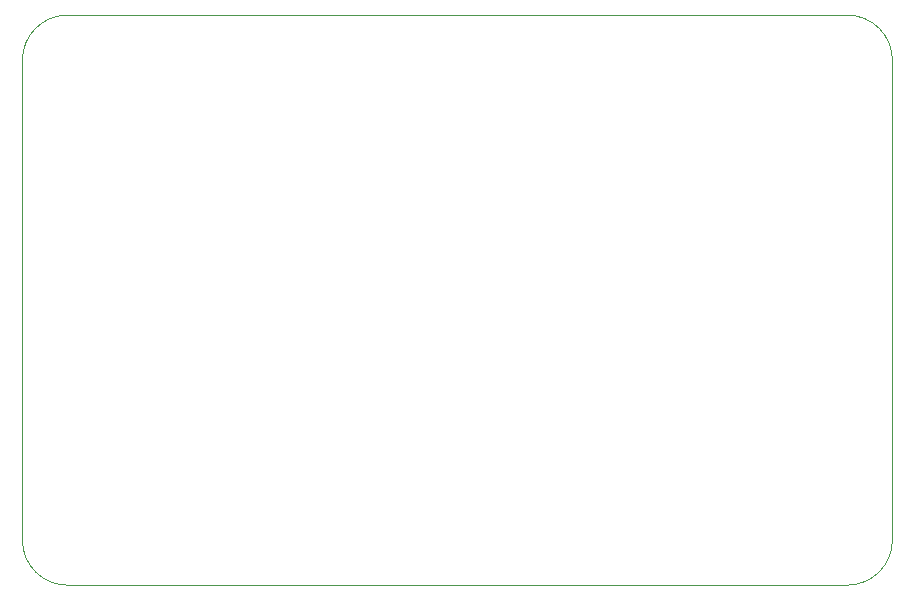
<source format=gbr>
%TF.GenerationSoftware,KiCad,Pcbnew,(5.99.0-9801-g46d71f0d23)*%
%TF.CreationDate,2021-03-18T00:24:41-04:00*%
%TF.ProjectId,PCB-S,5043422d-532e-46b6-9963-61645f706362,rev?*%
%TF.SameCoordinates,Original*%
%TF.FileFunction,Profile,NP*%
%FSLAX46Y46*%
G04 Gerber Fmt 4.6, Leading zero omitted, Abs format (unit mm)*
G04 Created by KiCad (PCBNEW (5.99.0-9801-g46d71f0d23)) date 2021-03-18 00:24:41*
%MOMM*%
%LPD*%
G01*
G04 APERTURE LIST*
%TA.AperFunction,Profile*%
%ADD10C,0.100000*%
%TD*%
G04 APERTURE END LIST*
D10*
X238760000Y-31115000D02*
G75*
G03*
X234950000Y-27305000I-3810000J0D01*
G01*
X234950000Y-27305000D02*
X168910000Y-27305000D01*
X238760000Y-71755000D02*
G75*
G02*
X234950000Y-75565000I-3810000J0D01*
G01*
X238760000Y-71755000D02*
X238760000Y-31115000D01*
X165100000Y-31115000D02*
G75*
G02*
X168910000Y-27305000I3810000J0D01*
G01*
X168910000Y-75565000D02*
X234950000Y-75565000D01*
X168910000Y-75565000D02*
G75*
G02*
X165100000Y-71755000I0J3810000D01*
G01*
X165100000Y-31115000D02*
X165100000Y-71755000D01*
M02*

</source>
